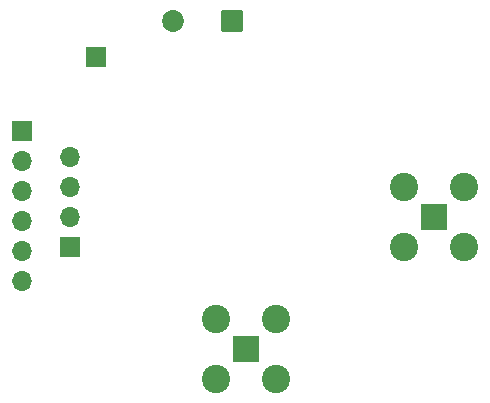
<source format=gbr>
%TF.GenerationSoftware,KiCad,Pcbnew,7.0.5*%
%TF.CreationDate,2023-11-05T09:22:57-05:00*%
%TF.ProjectId,radio,72616469-6f2e-46b6-9963-61645f706362,rev?*%
%TF.SameCoordinates,Original*%
%TF.FileFunction,Soldermask,Bot*%
%TF.FilePolarity,Negative*%
%FSLAX46Y46*%
G04 Gerber Fmt 4.6, Leading zero omitted, Abs format (unit mm)*
G04 Created by KiCad (PCBNEW 7.0.5) date 2023-11-05 09:22:57*
%MOMM*%
%LPD*%
G01*
G04 APERTURE LIST*
G04 Aperture macros list*
%AMRoundRect*
0 Rectangle with rounded corners*
0 $1 Rounding radius*
0 $2 $3 $4 $5 $6 $7 $8 $9 X,Y pos of 4 corners*
0 Add a 4 corners polygon primitive as box body*
4,1,4,$2,$3,$4,$5,$6,$7,$8,$9,$2,$3,0*
0 Add four circle primitives for the rounded corners*
1,1,$1+$1,$2,$3*
1,1,$1+$1,$4,$5*
1,1,$1+$1,$6,$7*
1,1,$1+$1,$8,$9*
0 Add four rect primitives between the rounded corners*
20,1,$1+$1,$2,$3,$4,$5,0*
20,1,$1+$1,$4,$5,$6,$7,0*
20,1,$1+$1,$6,$7,$8,$9,0*
20,1,$1+$1,$8,$9,$2,$3,0*%
G04 Aperture macros list end*
%ADD10R,1.700000X1.700000*%
%ADD11O,1.700000X1.700000*%
%ADD12R,2.250000X2.250000*%
%ADD13C,2.400000*%
%ADD14RoundRect,0.102000X-0.825000X-0.825000X0.825000X-0.825000X0.825000X0.825000X-0.825000X0.825000X0*%
%ADD15C,1.854000*%
G04 APERTURE END LIST*
D10*
%TO.C,J2*%
X105079800Y-90119200D03*
D11*
X105079800Y-87579200D03*
X105079800Y-85039200D03*
X105079800Y-82499200D03*
%TD*%
D10*
%TO.C,J3*%
X107264200Y-74091800D03*
%TD*%
D12*
%TO.C,J6*%
X119964200Y-98806000D03*
D13*
X122504200Y-96266000D03*
X117424200Y-96266000D03*
X117424200Y-101346000D03*
X122504200Y-101346000D03*
%TD*%
D12*
%TO.C,J5*%
X135940800Y-87579200D03*
D13*
X133400800Y-85039200D03*
X133400800Y-90119200D03*
X138480800Y-90119200D03*
X138480800Y-85039200D03*
%TD*%
D10*
%TO.C,J1*%
X101015800Y-80314800D03*
D11*
X101015800Y-82854800D03*
X101015800Y-85394800D03*
X101015800Y-87934800D03*
X101015800Y-90474800D03*
X101015800Y-93014800D03*
%TD*%
D14*
%TO.C,J4*%
X118849300Y-70993000D03*
D15*
X113849300Y-70993000D03*
%TD*%
M02*

</source>
